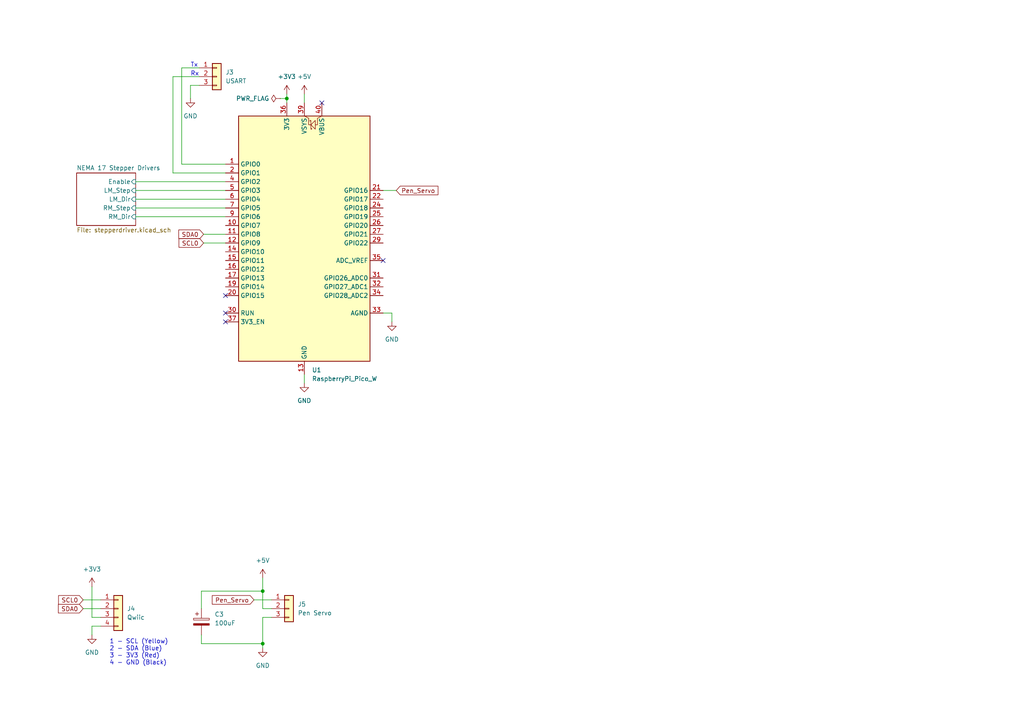
<source format=kicad_sch>
(kicad_sch (version 20230121) (generator eeschema)
  (paper "A4")
  (title_block (title "Valiant Turtle 2") (date "2023-12-27") (rev "1_0") (company "https://www.waitingforfriday.com") (comment 1 "(c) 2023 Simon Inns") (comment 2 "License: Attribution-ShareAlike 4.0 International (CC BY-SA 4.0)"))
  (lib_symbols
    (symbol "Connector_Generic:Conn_01x03" (pin_names (offset 1.016) hide)
      (property "Reference" "J" (at 0 5.08 0))
      (property "Value" "Conn_01x03" (at 0 -5.08 0))
      (symbol "Conn_01x03_1_1"
        (rectangle (start -1.27 -2.413) (end 0 -2.667) (stroke (width 0.1524)))
        (rectangle (start -1.27 0.127) (end 0 -0.127) (stroke (width 0.1524)))
        (rectangle (start -1.27 2.667) (end 0 2.413) (stroke (width 0.1524)))
        (rectangle (start -1.27 3.81) (end 1.27 -3.81) (stroke (width 0.254)) (fill (type background)))
        (pin passive line (at -5.08 2.54 0) (length 3.81) (name "Pin_1") (number "1"))
        (pin passive line (at -5.08 0 0) (length 3.81) (name "Pin_2") (number "2"))
        (pin passive line (at -5.08 -2.54 0) (length 3.81) (name "Pin_3") (number "3"))
      )
    )
    (symbol "Connector_Generic:Conn_01x04" (pin_names (offset 1.016) hide)
      (property "Reference" "J" (at 0 5.08 0))
      (property "Value" "Conn_01x04" (at 0 -7.62 0))
      (symbol "Conn_01x04_1_1"
        (rectangle (start -1.27 -4.953) (end 0 -5.207) (stroke (width 0.1524)))
        (rectangle (start -1.27 -2.413) (end 0 -2.667) (stroke (width 0.1524)))
        (rectangle (start -1.27 0.127) (end 0 -0.127) (stroke (width 0.1524)))
        (rectangle (start -1.27 2.667) (end 0 2.413) (stroke (width 0.1524)))
        (rectangle (start -1.27 3.81) (end 1.27 -6.35) (stroke (width 0.254)) (fill (type background)))
        (pin passive line (at -5.08 2.54 0) (length 3.81) (name "Pin_1") (number "1"))
        (pin passive line (at -5.08 0 0) (length 3.81) (name "Pin_2") (number "2"))
        (pin passive line (at -5.08 -2.54 0) (length 3.81) (name "Pin_3") (number "3"))
        (pin passive line (at -5.08 -5.08 0) (length 3.81) (name "Pin_4") (number "4"))
      )
    )
    (symbol "Device:C_Polarized" (pin_numbers hide) (pin_names (offset 0.254))
      (property "Reference" "C" (at 0.635 2.54 0))
      (property "Value" "C_Polarized" (at 0.635 -2.54 0))
      (symbol "C_Polarized_0_1"
        (rectangle (start -2.286 0.508) (end 2.286 1.016))
        (polyline (pts (xy -1.778 2.286) (xy -0.762 2.286)))
        (polyline (pts (xy -1.27 2.794) (xy -1.27 1.778)))
        (rectangle (start 2.286 -0.508) (end -2.286 -1.016) (fill (type outline)))
      )
      (symbol "C_Polarized_1_1"
        (pin passive line (at 0 3.81 270) (length 2.794) (name "~") (number "1"))
        (pin passive line (at 0 -3.81 90) (length 2.794) (name "~") (number "2"))
      )
    )
    (symbol "MCU_Module_RaspberryPi_Pico:RaspberryPi_Pico_W"
      (property "Reference" "U" (at -19.05 38.1 0))
      (property "Value" "RaspberryPi_Pico_W" (at 7.62 38.1 0))
      (symbol "RaspberryPi_Pico_W_0_1"
        (rectangle (start -19.05 36.83) (end 19.05 -34.29) (stroke (width 0.254)) (fill (type background)))
        (polyline (pts (xy 0 36.83) (xy 1.27 36.195) (xy 1.27 34.29) (xy 1.905 34.29)))
        (polyline (pts (xy 1.905 34.29) (xy 3.175 35.56) (xy 3.175 33.02) (xy 1.905 34.29)))
        (polyline (pts (xy 5.08 36.83) (xy 3.81 36.195) (xy 3.81 34.29) (xy 3.175 34.29)))
        (polyline (pts (xy 1.651 35.306) (xy 1.651 35.56) (xy 1.905 35.56) (xy 1.905 33.02) (xy 2.159 33.02) (xy 2.159 33.274)))
      )
      (symbol "RaspberryPi_Pico_W_1_1"
        (pin bidirectional line (at -22.86 22.86 0) (length 3.81) (name "GPIO0") (number "1"))
        (pin bidirectional line (at -22.86 5.08 0) (length 3.81) (name "GPIO7") (number "10"))
        (pin bidirectional line (at -22.86 2.54 0) (length 3.81) (name "GPIO8") (number "11"))
        (pin bidirectional line (at -22.86 0 0) (length 3.81) (name "GPIO9") (number "12"))
        (pin power_out line (at 0 -38.1 90) (length 3.81) (name "GND") (number "13"))
        (pin bidirectional line (at -22.86 -2.54 0) (length 3.81) (name "GPIO10") (number "14"))
        (pin bidirectional line (at -22.86 -5.08 0) (length 3.81) (name "GPIO11") (number "15"))
        (pin bidirectional line (at -22.86 -7.62 0) (length 3.81) (name "GPIO12") (number "16"))
        (pin bidirectional line (at -22.86 -10.16 0) (length 3.81) (name "GPIO13") (number "17"))
        (pin passive line (at 0 -38.1 90) (length 3.81) hide (name "GND") (number "18"))
        (pin bidirectional line (at -22.86 -12.7 0) (length 3.81) (name "GPIO14") (number "19"))
        (pin bidirectional line (at -22.86 20.32 0) (length 3.81) (name "GPIO1") (number "2"))
        (pin bidirectional line (at -22.86 -15.24 0) (length 3.81) (name "GPIO15") (number "20"))
        (pin bidirectional line (at 22.86 15.24 180) (length 3.81) (name "GPIO16") (number "21"))
        (pin bidirectional line (at 22.86 12.7 180) (length 3.81) (name "GPIO17") (number "22"))
        (pin passive line (at 0 -38.1 90) (length 3.81) hide (name "GND") (number "23"))
        (pin bidirectional line (at 22.86 10.16 180) (length 3.81) (name "GPIO18") (number "24"))
        (pin bidirectional line (at 22.86 7.62 180) (length 3.81) (name "GPIO19") (number "25"))
        (pin bidirectional line (at 22.86 5.08 180) (length 3.81) (name "GPIO20") (number "26"))
        (pin bidirectional line (at 22.86 2.54 180) (length 3.81) (name "GPIO21") (number "27"))
        (pin passive line (at 0 -38.1 90) (length 3.81) hide (name "GND") (number "28"))
        (pin bidirectional line (at 22.86 0 180) (length 3.81) (name "GPIO22") (number "29"))
        (pin passive line (at 0 -38.1 90) (length 3.81) hide (name "GND") (number "3"))
        (pin input line (at -22.86 -20.32 0) (length 3.81) (name "RUN") (number "30"))
        (pin bidirectional line (at 22.86 -10.16 180) (length 3.81) (name "GPIO26_ADC0") (number "31"))
        (pin bidirectional line (at 22.86 -12.7 180) (length 3.81) (name "GPIO27_ADC1") (number "32"))
        (pin power_in line (at 22.86 -20.32 180) (length 3.81) (name "AGND") (number "33"))
        (pin bidirectional line (at 22.86 -15.24 180) (length 3.81) (name "GPIO28_ADC2") (number "34"))
        (pin power_in line (at 22.86 -5.08 180) (length 3.81) (name "ADC_VREF") (number "35"))
        (pin power_out line (at -5.08 40.64 270) (length 3.81) (name "3V3") (number "36"))
        (pin input line (at -22.86 -22.86 0) (length 3.81) (name "3V3_EN") (number "37"))
        (pin passive line (at 0 -38.1 90) (length 3.81) hide (name "GND") (number "38"))
        (pin power_in line (at 0 40.64 270) (length 3.81) (name "VSYS") (number "39"))
        (pin bidirectional line (at -22.86 17.78 0) (length 3.81) (name "GPIO2") (number "4"))
        (pin power_out line (at 5.08 40.64 270) (length 3.81) (name "VBUS") (number "40"))
        (pin bidirectional line (at -22.86 15.24 0) (length 3.81) (name "GPIO3") (number "5"))
        (pin bidirectional line (at -22.86 12.7 0) (length 3.81) (name "GPIO4") (number "6"))
        (pin bidirectional line (at -22.86 10.16 0) (length 3.81) (name "GPIO5") (number "7"))
        (pin passive line (at 0 -38.1 90) (length 3.81) hide (name "GND") (number "8"))
        (pin bidirectional line (at -22.86 7.62 0) (length 3.81) (name "GPIO6") (number "9"))
      )
    )
    (symbol "power:+3V3" (power) (pin_names (offset 0))
      (property "Value" "+3V3" (at 0 3.556 0))
      (symbol "+3V3_0_1"
        (polyline (pts (xy -0.762 1.27) (xy 0 2.54)))
        (polyline (pts (xy 0 0) (xy 0 2.54)))
        (polyline (pts (xy 0 2.54) (xy 0.762 1.27)))
      )
      (symbol "+3V3_1_1"
        (pin power_in line (at 0 0 90) (length 0) hide (name "+3V3") (number "1"))
      )
    )
    (symbol "power:+5V" (power) (pin_names (offset 0))
      (property "Value" "+5V" (at 0 3.556 0))
      (symbol "+5V_0_1"
        (polyline (pts (xy -0.762 1.27) (xy 0 2.54)))
        (polyline (pts (xy 0 0) (xy 0 2.54)))
        (polyline (pts (xy 0 2.54) (xy 0.762 1.27)))
      )
      (symbol "+5V_1_1"
        (pin power_in line (at 0 0 90) (length 0) hide (name "+5V") (number "1"))
      )
    )
    (symbol "power:GND" (power) (pin_names (offset 0))
      (property "Value" "GND" (at 0 -3.81 0))
      (symbol "GND_0_1"
        (polyline (pts (xy 0 0) (xy 0 -1.27) (xy 1.27 -1.27) (xy 0 -2.54) (xy -1.27 -1.27) (xy 0 -1.27)))
      )
      (symbol "GND_1_1"
        (pin power_in line (at 0 0 270) (length 0) hide (name "GND") (number "1"))
      )
    )
    (symbol "power:PWR_FLAG" (power) (pin_numbers hide) (pin_names (offset 0) hide)
      (property "Value" "PWR_FLAG" (at 0 3.81 0))
      (symbol "PWR_FLAG_0_0"
        (pin power_out line (at 0 0 90) (length 0) (name "pwr") (number "1"))
      )
      (symbol "PWR_FLAG_0_1"
        (polyline (pts (xy 0 0) (xy 0 1.27) (xy -1.016 1.905) (xy 0 2.54) (xy 1.016 1.905) (xy 0 1.27)))
      )
    )
  )
  (junction (at 83.185 28.575))
  (junction (at 76.2 186.69))
  (junction (at 76.2 171.45))
  (no_connect (at 65.405 93.345))
  (no_connect (at 93.345 29.845))
  (no_connect (at 65.405 85.725))
  (no_connect (at 65.405 90.805))
  (no_connect (at 111.125 75.565))
  (wire (pts (xy 111.125 90.805) (xy 113.665 90.805)))
  (wire (pts (xy 52.705 47.625) (xy 52.705 19.685)))
  (wire (pts (xy 88.265 108.585) (xy 88.265 111.125)))
  (wire (pts (xy 58.42 184.15) (xy 58.42 186.69)))
  (wire (pts (xy 24.13 173.99) (xy 29.21 173.99)))
  (wire (pts (xy 55.245 24.765) (xy 57.785 24.765)))
  (wire (pts (xy 58.42 176.53) (xy 58.42 171.45)))
  (wire (pts (xy 24.13 176.53) (xy 29.21 176.53)))
  (wire (pts (xy 26.67 170.18) (xy 26.67 179.07)))
  (wire (pts (xy 29.21 179.07) (xy 26.67 179.07)))
  (wire (pts (xy 55.245 28.575) (xy 55.245 24.765)))
  (wire (pts (xy 58.42 186.69) (xy 76.2 186.69)))
  (wire (pts (xy 111.125 55.245) (xy 114.935 55.245)))
  (wire (pts (xy 81.28 28.575) (xy 83.185 28.575)))
  (wire (pts (xy 39.37 55.245) (xy 65.405 55.245)))
  (wire (pts (xy 39.37 52.705) (xy 65.405 52.705)))
  (wire (pts (xy 76.2 179.07) (xy 76.2 186.69)))
  (wire (pts (xy 29.21 181.61) (xy 26.67 181.61)))
  (wire (pts (xy 58.42 171.45) (xy 76.2 171.45)))
  (wire (pts (xy 78.74 176.53) (xy 76.2 176.53)))
  (wire (pts (xy 76.2 171.45) (xy 76.2 176.53)))
  (wire (pts (xy 65.405 50.165) (xy 50.165 50.165)))
  (wire (pts (xy 50.165 50.165) (xy 50.165 22.225)))
  (wire (pts (xy 78.74 179.07) (xy 76.2 179.07)))
  (wire (pts (xy 59.055 70.485) (xy 65.405 70.485)))
  (wire (pts (xy 73.66 173.99) (xy 78.74 173.99)))
  (wire (pts (xy 65.405 47.625) (xy 52.705 47.625)))
  (wire (pts (xy 39.37 60.325) (xy 65.405 60.325)))
  (wire (pts (xy 76.2 186.69) (xy 76.2 187.96)))
  (wire (pts (xy 76.2 167.64) (xy 76.2 171.45)))
  (wire (pts (xy 88.265 27.305) (xy 88.265 29.845)))
  (wire (pts (xy 39.37 62.865) (xy 65.405 62.865)))
  (wire (pts (xy 113.665 90.805) (xy 113.665 93.345)))
  (wire (pts (xy 83.185 27.305) (xy 83.185 28.575)))
  (wire (pts (xy 83.185 28.575) (xy 83.185 29.845)))
  (wire (pts (xy 50.165 22.225) (xy 57.785 22.225)))
  (wire (pts (xy 59.055 67.945) (xy 65.405 67.945)))
  (wire (pts (xy 39.37 57.785) (xy 65.405 57.785)))
  (wire (pts (xy 52.705 19.685) (xy 57.785 19.685)))
  (wire (pts (xy 26.67 181.61) (xy 26.67 184.15)))
  (text "Rx" (at 55.245 22.225 0) (effects (font (size 1.27 1.27)) (justify left bottom)))
  (text "1 - SCL (Yellow)\n2 - SDA (Blue)\n3 - 3V3 (Red)\n4 - GND (Black)" (at 31.75 193.04 0) (effects (font (size 1.27 1.27)) (justify left bottom)))
  (text "Tx" (at 55.245 19.685 0) (effects (font (size 1.27 1.27)) (justify left bottom)))
  (global_label "Pen_Servo" (shape input) (at 114.935 55.245 0) (property "Intersheetrefs" "${INTERSHEET_REFS}" (effects hide)))
  (global_label "SCL0" (shape input) (at 24.13 173.99 180) (property "Intersheetrefs" "${INTERSHEET_REFS}" (effects hide)))
  (global_label "SDA0" (shape input) (at 24.13 176.53 180) (property "Intersheetrefs" "${INTERSHEET_REFS}" (effects hide)))
  (global_label "Pen_Servo" (shape input) (at 73.66 173.99 180) (property "Intersheetrefs" "${INTERSHEET_REFS}" (effects hide)))
  (global_label "SCL0" (shape input) (at 59.055 70.485 180) (property "Intersheetrefs" "${INTERSHEET_REFS}" (effects hide)))
  (global_label "SDA0" (shape input) (at 59.055 67.945 180) (property "Intersheetrefs" "${INTERSHEET_REFS}" (effects hide)))
  (symbol (lib_id "MCU_Module_RaspberryPi_Pico:RaspberryPi_Pico_W") (at 88.265 70.485 0) (unit 1)
    (property "Reference" "U1" (at 90.4591 107.315 0) (effects (justify left)))
    (property "Value" "RaspberryPi_Pico_W" (at 90.4591 109.855 0) (effects (justify left)))
    (property "Footprint" "Module_RaspberryPi_Pico:RaspberryPi_Pico_Common" (effects hide))
    (property "Datasheet" "https://datasheets.raspberrypi.com/picow/pico-w-datasheet.pdf" (effects hide))
  )
  (symbol (lib_id "power:GND") (at 113.665 93.345 0) (unit 1)
    (property "Reference" "#PWR09" (effects hide))
    (property "Value" "GND" (at 113.665 98.425 0))
  )
  (symbol (lib_id "power:GND") (at 76.2 187.96 0) (unit 1)
    (property "Reference" "#PWR014" (effects hide))
    (property "Value" "GND" (at 76.2 193.04 0))
  )
  (symbol (lib_id "Connector_Generic:Conn_01x03") (at 83.82 176.53 0) (unit 1)
    (property "Reference" "J5" (at 86.36 175.26 0) (effects (justify left)))
    (property "Value" "Pen Servo" (at 86.36 177.8 0) (effects (justify left)))
  )
  (symbol (lib_id "Connector_Generic:Conn_01x04") (at 34.29 176.53 0) (unit 1)
    (property "Reference" "J4" (at 36.83 176.53 0) (effects (justify left)))
    (property "Value" "Qwiic" (at 36.83 179.07 0) (effects (justify left)))
  )
  (symbol (lib_id "power:PWR_FLAG") (at 81.28 28.575 90) (unit 1)
    (property "Reference" "#FLG01" (effects hide))
    (property "Value" "PWR_FLAG" (at 78.105 28.575 90) (effects (justify left)))
  )
  (symbol (lib_id "power:+3V3") (at 26.67 170.18 0) (unit 1)
    (property "Reference" "#PWR010" (effects hide))
    (property "Value" "+3V3" (at 26.67 165.1 0))
  )
  (symbol (lib_id "power:+5V") (at 76.2 167.64 0) (unit 1)
    (property "Reference" "#PWR013" (effects hide))
    (property "Value" "+5V" (at 76.2 162.56 0))
  )
  (symbol (lib_id "Connector_Generic:Conn_01x03") (at 62.865 22.225 0) (unit 1)
    (property "Reference" "J3" (at 65.405 20.955 0) (effects (justify left)))
    (property "Value" "USART" (at 65.405 23.495 0) (effects (justify left)))
  )
  (symbol (lib_id "power:GND") (at 26.67 184.15 0) (unit 1)
    (property "Reference" "#PWR011" (effects hide))
    (property "Value" "GND" (at 26.67 189.23 0))
  )
  (symbol (lib_id "power:GND") (at 88.265 111.125 0) (unit 1)
    (property "Reference" "#PWR08" (effects hide))
    (property "Value" "GND" (at 88.265 116.205 0))
  )
  (symbol (lib_id "power:+3V3") (at 83.185 27.305 0) (unit 1)
    (property "Reference" "#PWR01" (effects hide))
    (property "Value" "+3V3" (at 83.185 22.225 0))
  )
  (symbol (lib_id "Device:C_Polarized") (at 58.42 180.34 0) (unit 1)
    (property "Reference" "C3" (at 62.23 178.181 0) (effects (justify left)))
    (property "Value" "100uF" (at 62.23 180.721 0) (effects (justify left)))
  )
  (symbol (lib_id "power:GND") (at 55.245 28.575 0) (unit 1)
    (property "Reference" "#PWR07" (effects hide))
    (property "Value" "GND" (at 55.245 33.655 0))
  )
  (symbol (lib_id "power:+5V") (at 88.265 27.305 0) (unit 1)
    (property "Reference" "#PWR012" (effects hide))
    (property "Value" "+5V" (at 88.265 22.225 0))
  )
  (sheet (at 22.225 50.165) (size 17.145 15.24) (stroke (width 0.1524))
    (property "Sheetname" "NEMA 17 Stepper Drivers" (at 22.225 49.4534 0) (effects (justify left bottom)))
    (property "Sheetfile" "stepperdriver.kicad_sch" (at 22.225 65.9896 0) (effects (justify left top)))
    (pin "LM_Step" input (at 39.37 55.245 0))
    (pin "LM_Dir" input (at 39.37 57.785 0))
    (pin "Enable" input (at 39.37 52.705 0))
    (pin "RM_Dir" input (at 39.37 62.865 0))
    (pin "RM_Step" input (at 39.37 60.325 0))
  )
)
</source>
